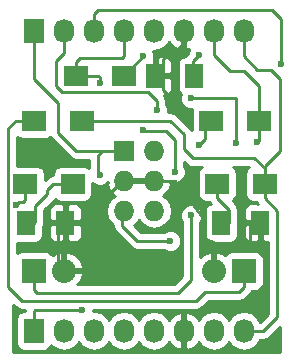
<source format=gtl>
%TF.GenerationSoftware,KiCad,Pcbnew,4.0.2+dfsg1-stable*%
%TF.CreationDate,2019-03-01T15:28:12+01:00*%
%TF.ProjectId,A500MPU-Adapter,413530304D50552D416461707465722E,rev?*%
%TF.FileFunction,Copper,L1,Top,Signal*%
%FSLAX46Y46*%
G04 Gerber Fmt 4.6, Leading zero omitted, Abs format (unit mm)*
G04 Created by KiCad (PCBNEW 4.0.2+dfsg1-stable) date Fri 01 Mar 2019 15:28:12 CET*
%MOMM*%
G01*
G04 APERTURE LIST*
%ADD10C,0.100000*%
%ADD11R,2.000000X1.700000*%
%ADD12R,2.032000X2.032000*%
%ADD13O,2.032000X2.032000*%
%ADD14R,1.727200X2.032000*%
%ADD15O,1.727200X2.032000*%
%ADD16R,1.524000X2.032000*%
%ADD17R,1.727200X1.727200*%
%ADD18O,1.727200X1.727200*%
%ADD19C,0.600000*%
%ADD20C,0.250000*%
%ADD21C,0.254000*%
G04 APERTURE END LIST*
D10*
D11*
X146590000Y-112014000D03*
X150590000Y-112014000D03*
X147352000Y-106680000D03*
X151352000Y-106680000D03*
X162338000Y-106680000D03*
X166338000Y-106680000D03*
X150908000Y-102870000D03*
X154908000Y-102870000D03*
X166846000Y-112014000D03*
X162846000Y-112014000D03*
D12*
X165100000Y-119380000D03*
D13*
X162560000Y-119380000D03*
D12*
X147320000Y-119380000D03*
D13*
X149860000Y-119380000D03*
D14*
X147320000Y-99060000D03*
D15*
X149860000Y-99060000D03*
X152400000Y-99060000D03*
X154940000Y-99060000D03*
X157480000Y-99060000D03*
X160020000Y-99060000D03*
X162560000Y-99060000D03*
X165100000Y-99060000D03*
D14*
X147320000Y-124460000D03*
D15*
X149860000Y-124460000D03*
X152400000Y-124460000D03*
X154940000Y-124460000D03*
X157480000Y-124460000D03*
X160020000Y-124460000D03*
X162560000Y-124460000D03*
X165100000Y-124460000D03*
D16*
X157607000Y-102870000D03*
X160909000Y-102870000D03*
X166497000Y-115316000D03*
X163195000Y-115316000D03*
X149987000Y-115316000D03*
X146685000Y-115316000D03*
D17*
X154940000Y-109220000D03*
D18*
X157480000Y-109220000D03*
X154940000Y-111760000D03*
X157480000Y-111760000D03*
X154940000Y-114300000D03*
X157480000Y-114300000D03*
D19*
X146685000Y-109855000D03*
X159766000Y-105537000D03*
X165608000Y-117094000D03*
X156591000Y-101219000D03*
X161290000Y-101092000D03*
X152908000Y-111252000D03*
X151384000Y-122682000D03*
X157734000Y-105791000D03*
X158877000Y-116840000D03*
X168275000Y-101854000D03*
X160655000Y-104775000D03*
X164465000Y-108585000D03*
X159258000Y-110998000D03*
X156591000Y-107442000D03*
X152908000Y-103505000D03*
X145796000Y-113792000D03*
X166243000Y-108458000D03*
X161290000Y-108712000D03*
X160655000Y-114681000D03*
D20*
X158258000Y-102870000D02*
X158258000Y-104029000D01*
X158258000Y-104029000D02*
X159766000Y-105537000D01*
X160020000Y-99060000D02*
X160020000Y-100076000D01*
X158258000Y-101457000D02*
X158258000Y-102870000D01*
X158496000Y-101219000D02*
X158258000Y-101457000D01*
X158877000Y-101219000D02*
X158496000Y-101219000D01*
X160020000Y-100076000D02*
X158877000Y-101219000D01*
X165608000Y-117094000D02*
X165608000Y-115554000D01*
X165608000Y-115554000D02*
X165846000Y-115316000D01*
X157480000Y-111760000D02*
X159258000Y-111760000D01*
X162941000Y-117094000D02*
X165608000Y-117094000D01*
X161671000Y-116586000D02*
X162941000Y-117094000D01*
X161671000Y-114935000D02*
X161671000Y-116586000D01*
X159258000Y-111760000D02*
X161671000Y-114935000D01*
X154940000Y-111760000D02*
X154813000Y-111760000D01*
X154813000Y-111760000D02*
X151257000Y-115316000D01*
X151257000Y-115316000D02*
X149336000Y-115316000D01*
X154940000Y-111760000D02*
X157480000Y-111760000D01*
X149336000Y-115316000D02*
X149336000Y-118856000D01*
X149336000Y-118856000D02*
X149860000Y-119380000D01*
X150590000Y-112014000D02*
X148971000Y-112014000D01*
X147447000Y-113919000D02*
X147447000Y-115205000D01*
X148463000Y-112903000D02*
X147447000Y-113919000D01*
X148463000Y-112522000D02*
X148463000Y-112903000D01*
X148971000Y-112014000D02*
X148463000Y-112522000D01*
X147447000Y-115205000D02*
X147336000Y-115316000D01*
X162846000Y-112014000D02*
X162846000Y-113189000D01*
X163846000Y-114189000D02*
X163846000Y-115316000D01*
X162846000Y-113189000D02*
X163846000Y-114189000D01*
X154908000Y-102870000D02*
X154940000Y-102870000D01*
X154940000Y-102870000D02*
X156591000Y-101219000D01*
X161290000Y-101092000D02*
X160782000Y-101600000D01*
X160782000Y-101600000D02*
X160782000Y-102346000D01*
X160782000Y-102346000D02*
X160258000Y-102870000D01*
X154940000Y-109220000D02*
X150876000Y-109220000D01*
X147320000Y-103124000D02*
X147320000Y-99060000D01*
X149352000Y-105156000D02*
X147320000Y-103124000D01*
X149352000Y-107696000D02*
X149352000Y-105156000D01*
X150876000Y-109220000D02*
X149352000Y-107696000D01*
X147320000Y-124460000D02*
X147320000Y-122809000D01*
X153162000Y-109220000D02*
X154940000Y-109220000D01*
X152781000Y-109601000D02*
X153162000Y-109220000D01*
X152781000Y-111125000D02*
X152781000Y-109601000D01*
X152908000Y-111252000D02*
X152781000Y-111125000D01*
X147447000Y-122682000D02*
X151384000Y-122682000D01*
X147320000Y-122809000D02*
X147447000Y-122682000D01*
X149860000Y-99060000D02*
X149860000Y-100965000D01*
X157734000Y-105029000D02*
X157734000Y-105791000D01*
X156972000Y-104267000D02*
X157734000Y-105029000D01*
X149733000Y-104267000D02*
X156972000Y-104267000D01*
X149225000Y-103759000D02*
X149733000Y-104267000D01*
X149225000Y-101600000D02*
X149225000Y-103759000D01*
X149860000Y-100965000D02*
X149225000Y-101600000D01*
X152400000Y-99060000D02*
X152400000Y-97663000D01*
X154813000Y-115570000D02*
X154813000Y-114427000D01*
X156083000Y-116840000D02*
X154813000Y-115570000D01*
X158877000Y-116840000D02*
X156083000Y-116840000D01*
X168275000Y-98044000D02*
X168275000Y-101854000D01*
X167513000Y-97282000D02*
X168275000Y-98044000D01*
X152781000Y-97282000D02*
X167513000Y-97282000D01*
X152400000Y-97663000D02*
X152781000Y-97282000D01*
X154813000Y-114427000D02*
X154940000Y-114300000D01*
X164465000Y-104775000D02*
X160655000Y-104775000D01*
X164465000Y-108585000D02*
X164465000Y-104775000D01*
X150908000Y-102870000D02*
X152781000Y-102870000D01*
X159258000Y-108331000D02*
X159258000Y-110998000D01*
X158496000Y-107569000D02*
X159258000Y-108331000D01*
X156718000Y-107569000D02*
X158496000Y-107569000D01*
X156591000Y-107442000D02*
X156718000Y-107569000D01*
X152908000Y-102997000D02*
X152908000Y-103505000D01*
X152781000Y-102870000D02*
X152908000Y-102997000D01*
X154940000Y-99060000D02*
X154940000Y-101219000D01*
X150908000Y-101695000D02*
X150908000Y-102870000D01*
X151257000Y-101346000D02*
X150908000Y-101695000D01*
X154813000Y-101346000D02*
X151257000Y-101346000D01*
X154940000Y-101219000D02*
X154813000Y-101346000D01*
X146590000Y-113379000D02*
X146590000Y-112014000D01*
X146431000Y-113538000D02*
X146590000Y-113379000D01*
X146050000Y-113538000D02*
X146431000Y-113538000D01*
X145796000Y-113792000D02*
X146050000Y-113538000D01*
X166338000Y-106680000D02*
X166338000Y-108363000D01*
X166338000Y-108363000D02*
X166243000Y-108458000D01*
X162560000Y-99060000D02*
X162560000Y-101092000D01*
X166338000Y-103727000D02*
X166338000Y-106680000D01*
X165100000Y-102489000D02*
X166338000Y-103727000D01*
X163957000Y-102489000D02*
X165100000Y-102489000D01*
X162560000Y-101092000D02*
X163957000Y-102489000D01*
X151352000Y-106680000D02*
X158877000Y-106680000D01*
X166846000Y-110712000D02*
X166846000Y-112014000D01*
X165989000Y-109855000D02*
X166846000Y-110712000D01*
X160782000Y-109855000D02*
X165989000Y-109855000D01*
X160020000Y-109093000D02*
X160782000Y-109855000D01*
X160020000Y-107823000D02*
X160020000Y-109093000D01*
X158877000Y-106680000D02*
X160020000Y-107823000D01*
X166846000Y-112014000D02*
X166846000Y-113252000D01*
X166751000Y-124460000D02*
X165100000Y-124460000D01*
X167894000Y-123317000D02*
X166751000Y-124460000D01*
X167894000Y-114300000D02*
X167894000Y-123317000D01*
X166846000Y-113252000D02*
X167894000Y-114300000D01*
X165100000Y-99060000D02*
X165100000Y-101219000D01*
X166846000Y-110522000D02*
X166846000Y-112014000D01*
X168148000Y-109220000D02*
X166846000Y-110522000D01*
X168148000Y-103124000D02*
X168148000Y-109220000D01*
X167386000Y-102362000D02*
X168148000Y-103124000D01*
X166243000Y-102362000D02*
X167386000Y-102362000D01*
X165100000Y-101219000D02*
X166243000Y-102362000D01*
X147320000Y-119380000D02*
X147320000Y-121031000D01*
X161798000Y-107220000D02*
X162338000Y-106680000D01*
X161798000Y-108204000D02*
X161798000Y-107220000D01*
X161290000Y-108712000D02*
X161798000Y-108204000D01*
X160655000Y-120142000D02*
X160655000Y-114681000D01*
X159512000Y-121285000D02*
X160655000Y-120142000D01*
X147574000Y-121285000D02*
X159512000Y-121285000D01*
X147320000Y-121031000D02*
X147574000Y-121285000D01*
X165100000Y-119380000D02*
X165100000Y-120777000D01*
X145796000Y-106680000D02*
X147352000Y-106680000D01*
X145161000Y-107315000D02*
X145796000Y-106680000D01*
X145161000Y-120777000D02*
X145161000Y-107315000D01*
X146304000Y-121920000D02*
X145161000Y-120777000D01*
X161036000Y-121920000D02*
X146304000Y-121920000D01*
X161798000Y-121158000D02*
X161036000Y-121920000D01*
X164719000Y-121158000D02*
X161798000Y-121158000D01*
X165100000Y-120777000D02*
X164719000Y-121158000D01*
D21*
G36*
X160244599Y-110392401D02*
X160491161Y-110557148D01*
X160782000Y-110615000D01*
X161526513Y-110615000D01*
X161394559Y-110699910D01*
X161249569Y-110912110D01*
X161198560Y-111164000D01*
X161198560Y-112864000D01*
X161242838Y-113099317D01*
X161381910Y-113315441D01*
X161594110Y-113460431D01*
X161846000Y-113511440D01*
X162164967Y-113511440D01*
X162278664Y-113681600D01*
X162197683Y-113696838D01*
X161981559Y-113835910D01*
X161836569Y-114048110D01*
X161785560Y-114300000D01*
X161785560Y-116332000D01*
X161829838Y-116567317D01*
X161968910Y-116783441D01*
X162181110Y-116928431D01*
X162433000Y-116979440D01*
X163957000Y-116979440D01*
X164192317Y-116935162D01*
X164408441Y-116796090D01*
X164553431Y-116583890D01*
X164604440Y-116332000D01*
X164604440Y-115601750D01*
X165100000Y-115601750D01*
X165100000Y-116458310D01*
X165196673Y-116691699D01*
X165375302Y-116870327D01*
X165608691Y-116967000D01*
X166211250Y-116967000D01*
X166370000Y-116808250D01*
X166370000Y-115443000D01*
X165258750Y-115443000D01*
X165100000Y-115601750D01*
X164604440Y-115601750D01*
X164604440Y-115323843D01*
X164606000Y-115316000D01*
X164606000Y-114189000D01*
X164548148Y-113898161D01*
X164383401Y-113651599D01*
X164152901Y-113421099D01*
X164297441Y-113328090D01*
X164442431Y-113115890D01*
X164493440Y-112864000D01*
X164493440Y-111164000D01*
X164449162Y-110928683D01*
X164310090Y-110712559D01*
X164167308Y-110615000D01*
X165526513Y-110615000D01*
X165394559Y-110699910D01*
X165249569Y-110912110D01*
X165198560Y-111164000D01*
X165198560Y-112864000D01*
X165242838Y-113099317D01*
X165381910Y-113315441D01*
X165594110Y-113460431D01*
X165846000Y-113511440D01*
X166137606Y-113511440D01*
X166143852Y-113542839D01*
X166254126Y-113707876D01*
X166211250Y-113665000D01*
X165608691Y-113665000D01*
X165375302Y-113761673D01*
X165196673Y-113940301D01*
X165100000Y-114173690D01*
X165100000Y-115030250D01*
X165258750Y-115189000D01*
X166370000Y-115189000D01*
X166370000Y-115169000D01*
X166624000Y-115169000D01*
X166624000Y-115189000D01*
X166644000Y-115189000D01*
X166644000Y-115443000D01*
X166624000Y-115443000D01*
X166624000Y-116808250D01*
X166782750Y-116967000D01*
X167134000Y-116967000D01*
X167134000Y-123002198D01*
X166464461Y-123671737D01*
X166159670Y-123215585D01*
X165673489Y-122890729D01*
X165100000Y-122776655D01*
X164526511Y-122890729D01*
X164040330Y-123215585D01*
X163830000Y-123530366D01*
X163619670Y-123215585D01*
X163133489Y-122890729D01*
X162560000Y-122776655D01*
X161986511Y-122890729D01*
X161500330Y-123215585D01*
X161293539Y-123525069D01*
X160922036Y-123109268D01*
X160394791Y-122855291D01*
X160379026Y-122852642D01*
X160147000Y-122973783D01*
X160147000Y-124333000D01*
X160167000Y-124333000D01*
X160167000Y-124587000D01*
X160147000Y-124587000D01*
X160147000Y-125946217D01*
X160379026Y-126067358D01*
X160394791Y-126064709D01*
X160922036Y-125810732D01*
X161293539Y-125394931D01*
X161500330Y-125704415D01*
X161986511Y-126029271D01*
X162560000Y-126143345D01*
X163133489Y-126029271D01*
X163619670Y-125704415D01*
X163830000Y-125389634D01*
X164040330Y-125704415D01*
X164526511Y-126029271D01*
X165100000Y-126143345D01*
X165673489Y-126029271D01*
X166159670Y-125704415D01*
X166483346Y-125220000D01*
X166751000Y-125220000D01*
X167041839Y-125162148D01*
X167288401Y-124997401D01*
X168148000Y-124137802D01*
X168148000Y-126238000D01*
X145542000Y-126238000D01*
X145542000Y-122232802D01*
X145766599Y-122457401D01*
X146013161Y-122622148D01*
X146304000Y-122680000D01*
X146585660Y-122680000D01*
X146562474Y-122796560D01*
X146456400Y-122796560D01*
X146221083Y-122840838D01*
X146004959Y-122979910D01*
X145859969Y-123192110D01*
X145808960Y-123444000D01*
X145808960Y-125476000D01*
X145853238Y-125711317D01*
X145992310Y-125927441D01*
X146204510Y-126072431D01*
X146456400Y-126123440D01*
X148183600Y-126123440D01*
X148418917Y-126079162D01*
X148635041Y-125940090D01*
X148780031Y-125727890D01*
X148788400Y-125686561D01*
X148800330Y-125704415D01*
X149286511Y-126029271D01*
X149860000Y-126143345D01*
X150433489Y-126029271D01*
X150919670Y-125704415D01*
X151130000Y-125389634D01*
X151340330Y-125704415D01*
X151826511Y-126029271D01*
X152400000Y-126143345D01*
X152973489Y-126029271D01*
X153459670Y-125704415D01*
X153670000Y-125389634D01*
X153880330Y-125704415D01*
X154366511Y-126029271D01*
X154940000Y-126143345D01*
X155513489Y-126029271D01*
X155999670Y-125704415D01*
X156210000Y-125389634D01*
X156420330Y-125704415D01*
X156906511Y-126029271D01*
X157480000Y-126143345D01*
X158053489Y-126029271D01*
X158539670Y-125704415D01*
X158746461Y-125394931D01*
X159117964Y-125810732D01*
X159645209Y-126064709D01*
X159660974Y-126067358D01*
X159893000Y-125946217D01*
X159893000Y-124587000D01*
X159873000Y-124587000D01*
X159873000Y-124333000D01*
X159893000Y-124333000D01*
X159893000Y-122973783D01*
X159660974Y-122852642D01*
X159645209Y-122855291D01*
X159117964Y-123109268D01*
X158746461Y-123525069D01*
X158539670Y-123215585D01*
X158053489Y-122890729D01*
X157480000Y-122776655D01*
X156906511Y-122890729D01*
X156420330Y-123215585D01*
X156210000Y-123530366D01*
X155999670Y-123215585D01*
X155513489Y-122890729D01*
X154940000Y-122776655D01*
X154366511Y-122890729D01*
X153880330Y-123215585D01*
X153670000Y-123530366D01*
X153459670Y-123215585D01*
X152973489Y-122890729D01*
X152400000Y-122776655D01*
X152318904Y-122792786D01*
X152319002Y-122680000D01*
X161036000Y-122680000D01*
X161326839Y-122622148D01*
X161573401Y-122457401D01*
X162112802Y-121918000D01*
X164719000Y-121918000D01*
X165009839Y-121860148D01*
X165256401Y-121695401D01*
X165637401Y-121314401D01*
X165802148Y-121067840D01*
X165807001Y-121043440D01*
X166116000Y-121043440D01*
X166351317Y-120999162D01*
X166567441Y-120860090D01*
X166712431Y-120647890D01*
X166763440Y-120396000D01*
X166763440Y-118364000D01*
X166719162Y-118128683D01*
X166580090Y-117912559D01*
X166367890Y-117767569D01*
X166116000Y-117716560D01*
X164084000Y-117716560D01*
X163848683Y-117760838D01*
X163632559Y-117899910D01*
X163521160Y-118062948D01*
X163424818Y-117973615D01*
X162942944Y-117774025D01*
X162687000Y-117893164D01*
X162687000Y-119253000D01*
X162707000Y-119253000D01*
X162707000Y-119507000D01*
X162687000Y-119507000D01*
X162687000Y-119527000D01*
X162433000Y-119527000D01*
X162433000Y-119507000D01*
X162413000Y-119507000D01*
X162413000Y-119253000D01*
X162433000Y-119253000D01*
X162433000Y-117893164D01*
X162177056Y-117774025D01*
X161695182Y-117973615D01*
X161415000Y-118233414D01*
X161415000Y-115243463D01*
X161447192Y-115211327D01*
X161589838Y-114867799D01*
X161590162Y-114495833D01*
X161448117Y-114152057D01*
X161185327Y-113888808D01*
X160841799Y-113746162D01*
X160469833Y-113745838D01*
X160126057Y-113887883D01*
X159862808Y-114150673D01*
X159720162Y-114494201D01*
X159719838Y-114866167D01*
X159861883Y-115209943D01*
X159895000Y-115243118D01*
X159895000Y-119827198D01*
X159197198Y-120525000D01*
X151006710Y-120525000D01*
X151197188Y-120348379D01*
X151465983Y-119762946D01*
X151347367Y-119507000D01*
X149987000Y-119507000D01*
X149987000Y-119527000D01*
X149733000Y-119527000D01*
X149733000Y-119507000D01*
X149713000Y-119507000D01*
X149713000Y-119253000D01*
X149733000Y-119253000D01*
X149733000Y-117893164D01*
X149987000Y-117893164D01*
X149987000Y-119253000D01*
X151347367Y-119253000D01*
X151465983Y-118997054D01*
X151197188Y-118411621D01*
X150724818Y-117973615D01*
X150242944Y-117774025D01*
X149987000Y-117893164D01*
X149733000Y-117893164D01*
X149477056Y-117774025D01*
X148995182Y-117973615D01*
X148897602Y-118064097D01*
X148800090Y-117912559D01*
X148587890Y-117767569D01*
X148336000Y-117716560D01*
X146304000Y-117716560D01*
X146068683Y-117760838D01*
X145921000Y-117855869D01*
X145921000Y-116979035D01*
X145923000Y-116979440D01*
X147447000Y-116979440D01*
X147682317Y-116935162D01*
X147898441Y-116796090D01*
X148043431Y-116583890D01*
X148094440Y-116332000D01*
X148094440Y-115601750D01*
X148590000Y-115601750D01*
X148590000Y-116458310D01*
X148686673Y-116691699D01*
X148865302Y-116870327D01*
X149098691Y-116967000D01*
X149701250Y-116967000D01*
X149860000Y-116808250D01*
X149860000Y-115443000D01*
X150114000Y-115443000D01*
X150114000Y-116808250D01*
X150272750Y-116967000D01*
X150875309Y-116967000D01*
X151108698Y-116870327D01*
X151287327Y-116691699D01*
X151384000Y-116458310D01*
X151384000Y-115601750D01*
X151225250Y-115443000D01*
X150114000Y-115443000D01*
X149860000Y-115443000D01*
X148748750Y-115443000D01*
X148590000Y-115601750D01*
X148094440Y-115601750D01*
X148094440Y-115577716D01*
X148149148Y-115495839D01*
X148207000Y-115205000D01*
X148207000Y-114233802D01*
X148267112Y-114173690D01*
X148590000Y-114173690D01*
X148590000Y-115030250D01*
X148748750Y-115189000D01*
X149860000Y-115189000D01*
X149860000Y-113823750D01*
X150114000Y-113823750D01*
X150114000Y-115189000D01*
X151225250Y-115189000D01*
X151384000Y-115030250D01*
X151384000Y-114173690D01*
X151287327Y-113940301D01*
X151108698Y-113761673D01*
X150875309Y-113665000D01*
X150272750Y-113665000D01*
X150114000Y-113823750D01*
X149860000Y-113823750D01*
X149701250Y-113665000D01*
X149098691Y-113665000D01*
X148865302Y-113761673D01*
X148686673Y-113940301D01*
X148590000Y-114173690D01*
X148267112Y-114173690D01*
X149000401Y-113440401D01*
X149105299Y-113283410D01*
X149125910Y-113315441D01*
X149338110Y-113460431D01*
X149590000Y-113511440D01*
X151590000Y-113511440D01*
X151825317Y-113467162D01*
X152041441Y-113328090D01*
X152186431Y-113115890D01*
X152237440Y-112864000D01*
X152237440Y-111903714D01*
X152377673Y-112044192D01*
X152721201Y-112186838D01*
X153093167Y-112187162D01*
X153436943Y-112045117D01*
X153595334Y-111887002D01*
X153606182Y-111887002D01*
X153485042Y-112119026D01*
X153657312Y-112534947D01*
X154051510Y-112966821D01*
X154174228Y-113024336D01*
X153850971Y-113240330D01*
X153526115Y-113726511D01*
X153412041Y-114300000D01*
X153526115Y-114873489D01*
X153850971Y-115359670D01*
X154053000Y-115494662D01*
X154053000Y-115570000D01*
X154110852Y-115860839D01*
X154275599Y-116107401D01*
X155545599Y-117377401D01*
X155792160Y-117542148D01*
X156083000Y-117600000D01*
X158314537Y-117600000D01*
X158346673Y-117632192D01*
X158690201Y-117774838D01*
X159062167Y-117775162D01*
X159405943Y-117633117D01*
X159669192Y-117370327D01*
X159811838Y-117026799D01*
X159812162Y-116654833D01*
X159670117Y-116311057D01*
X159407327Y-116047808D01*
X159063799Y-115905162D01*
X158691833Y-115904838D01*
X158348057Y-116046883D01*
X158314882Y-116080000D01*
X156397802Y-116080000D01*
X155818286Y-115500484D01*
X156029029Y-115359670D01*
X156210000Y-115088828D01*
X156390971Y-115359670D01*
X156877152Y-115684526D01*
X157450641Y-115798600D01*
X157509359Y-115798600D01*
X158082848Y-115684526D01*
X158569029Y-115359670D01*
X158893885Y-114873489D01*
X159007959Y-114300000D01*
X158893885Y-113726511D01*
X158569029Y-113240330D01*
X158245772Y-113024336D01*
X158368490Y-112966821D01*
X158762688Y-112534947D01*
X158934958Y-112119026D01*
X158813818Y-111887002D01*
X158960816Y-111887002D01*
X159071201Y-111932838D01*
X159443167Y-111933162D01*
X159786943Y-111791117D01*
X160050192Y-111528327D01*
X160192838Y-111184799D01*
X160193162Y-110812833D01*
X160051117Y-110469057D01*
X160018000Y-110435882D01*
X160018000Y-110165802D01*
X160244599Y-110392401D01*
X160244599Y-110392401D01*
G37*
X160244599Y-110392401D02*
X160491161Y-110557148D01*
X160782000Y-110615000D01*
X161526513Y-110615000D01*
X161394559Y-110699910D01*
X161249569Y-110912110D01*
X161198560Y-111164000D01*
X161198560Y-112864000D01*
X161242838Y-113099317D01*
X161381910Y-113315441D01*
X161594110Y-113460431D01*
X161846000Y-113511440D01*
X162164967Y-113511440D01*
X162278664Y-113681600D01*
X162197683Y-113696838D01*
X161981559Y-113835910D01*
X161836569Y-114048110D01*
X161785560Y-114300000D01*
X161785560Y-116332000D01*
X161829838Y-116567317D01*
X161968910Y-116783441D01*
X162181110Y-116928431D01*
X162433000Y-116979440D01*
X163957000Y-116979440D01*
X164192317Y-116935162D01*
X164408441Y-116796090D01*
X164553431Y-116583890D01*
X164604440Y-116332000D01*
X164604440Y-115601750D01*
X165100000Y-115601750D01*
X165100000Y-116458310D01*
X165196673Y-116691699D01*
X165375302Y-116870327D01*
X165608691Y-116967000D01*
X166211250Y-116967000D01*
X166370000Y-116808250D01*
X166370000Y-115443000D01*
X165258750Y-115443000D01*
X165100000Y-115601750D01*
X164604440Y-115601750D01*
X164604440Y-115323843D01*
X164606000Y-115316000D01*
X164606000Y-114189000D01*
X164548148Y-113898161D01*
X164383401Y-113651599D01*
X164152901Y-113421099D01*
X164297441Y-113328090D01*
X164442431Y-113115890D01*
X164493440Y-112864000D01*
X164493440Y-111164000D01*
X164449162Y-110928683D01*
X164310090Y-110712559D01*
X164167308Y-110615000D01*
X165526513Y-110615000D01*
X165394559Y-110699910D01*
X165249569Y-110912110D01*
X165198560Y-111164000D01*
X165198560Y-112864000D01*
X165242838Y-113099317D01*
X165381910Y-113315441D01*
X165594110Y-113460431D01*
X165846000Y-113511440D01*
X166137606Y-113511440D01*
X166143852Y-113542839D01*
X166254126Y-113707876D01*
X166211250Y-113665000D01*
X165608691Y-113665000D01*
X165375302Y-113761673D01*
X165196673Y-113940301D01*
X165100000Y-114173690D01*
X165100000Y-115030250D01*
X165258750Y-115189000D01*
X166370000Y-115189000D01*
X166370000Y-115169000D01*
X166624000Y-115169000D01*
X166624000Y-115189000D01*
X166644000Y-115189000D01*
X166644000Y-115443000D01*
X166624000Y-115443000D01*
X166624000Y-116808250D01*
X166782750Y-116967000D01*
X167134000Y-116967000D01*
X167134000Y-123002198D01*
X166464461Y-123671737D01*
X166159670Y-123215585D01*
X165673489Y-122890729D01*
X165100000Y-122776655D01*
X164526511Y-122890729D01*
X164040330Y-123215585D01*
X163830000Y-123530366D01*
X163619670Y-123215585D01*
X163133489Y-122890729D01*
X162560000Y-122776655D01*
X161986511Y-122890729D01*
X161500330Y-123215585D01*
X161293539Y-123525069D01*
X160922036Y-123109268D01*
X160394791Y-122855291D01*
X160379026Y-122852642D01*
X160147000Y-122973783D01*
X160147000Y-124333000D01*
X160167000Y-124333000D01*
X160167000Y-124587000D01*
X160147000Y-124587000D01*
X160147000Y-125946217D01*
X160379026Y-126067358D01*
X160394791Y-126064709D01*
X160922036Y-125810732D01*
X161293539Y-125394931D01*
X161500330Y-125704415D01*
X161986511Y-126029271D01*
X162560000Y-126143345D01*
X163133489Y-126029271D01*
X163619670Y-125704415D01*
X163830000Y-125389634D01*
X164040330Y-125704415D01*
X164526511Y-126029271D01*
X165100000Y-126143345D01*
X165673489Y-126029271D01*
X166159670Y-125704415D01*
X166483346Y-125220000D01*
X166751000Y-125220000D01*
X167041839Y-125162148D01*
X167288401Y-124997401D01*
X168148000Y-124137802D01*
X168148000Y-126238000D01*
X145542000Y-126238000D01*
X145542000Y-122232802D01*
X145766599Y-122457401D01*
X146013161Y-122622148D01*
X146304000Y-122680000D01*
X146585660Y-122680000D01*
X146562474Y-122796560D01*
X146456400Y-122796560D01*
X146221083Y-122840838D01*
X146004959Y-122979910D01*
X145859969Y-123192110D01*
X145808960Y-123444000D01*
X145808960Y-125476000D01*
X145853238Y-125711317D01*
X145992310Y-125927441D01*
X146204510Y-126072431D01*
X146456400Y-126123440D01*
X148183600Y-126123440D01*
X148418917Y-126079162D01*
X148635041Y-125940090D01*
X148780031Y-125727890D01*
X148788400Y-125686561D01*
X148800330Y-125704415D01*
X149286511Y-126029271D01*
X149860000Y-126143345D01*
X150433489Y-126029271D01*
X150919670Y-125704415D01*
X151130000Y-125389634D01*
X151340330Y-125704415D01*
X151826511Y-126029271D01*
X152400000Y-126143345D01*
X152973489Y-126029271D01*
X153459670Y-125704415D01*
X153670000Y-125389634D01*
X153880330Y-125704415D01*
X154366511Y-126029271D01*
X154940000Y-126143345D01*
X155513489Y-126029271D01*
X155999670Y-125704415D01*
X156210000Y-125389634D01*
X156420330Y-125704415D01*
X156906511Y-126029271D01*
X157480000Y-126143345D01*
X158053489Y-126029271D01*
X158539670Y-125704415D01*
X158746461Y-125394931D01*
X159117964Y-125810732D01*
X159645209Y-126064709D01*
X159660974Y-126067358D01*
X159893000Y-125946217D01*
X159893000Y-124587000D01*
X159873000Y-124587000D01*
X159873000Y-124333000D01*
X159893000Y-124333000D01*
X159893000Y-122973783D01*
X159660974Y-122852642D01*
X159645209Y-122855291D01*
X159117964Y-123109268D01*
X158746461Y-123525069D01*
X158539670Y-123215585D01*
X158053489Y-122890729D01*
X157480000Y-122776655D01*
X156906511Y-122890729D01*
X156420330Y-123215585D01*
X156210000Y-123530366D01*
X155999670Y-123215585D01*
X155513489Y-122890729D01*
X154940000Y-122776655D01*
X154366511Y-122890729D01*
X153880330Y-123215585D01*
X153670000Y-123530366D01*
X153459670Y-123215585D01*
X152973489Y-122890729D01*
X152400000Y-122776655D01*
X152318904Y-122792786D01*
X152319002Y-122680000D01*
X161036000Y-122680000D01*
X161326839Y-122622148D01*
X161573401Y-122457401D01*
X162112802Y-121918000D01*
X164719000Y-121918000D01*
X165009839Y-121860148D01*
X165256401Y-121695401D01*
X165637401Y-121314401D01*
X165802148Y-121067840D01*
X165807001Y-121043440D01*
X166116000Y-121043440D01*
X166351317Y-120999162D01*
X166567441Y-120860090D01*
X166712431Y-120647890D01*
X166763440Y-120396000D01*
X166763440Y-118364000D01*
X166719162Y-118128683D01*
X166580090Y-117912559D01*
X166367890Y-117767569D01*
X166116000Y-117716560D01*
X164084000Y-117716560D01*
X163848683Y-117760838D01*
X163632559Y-117899910D01*
X163521160Y-118062948D01*
X163424818Y-117973615D01*
X162942944Y-117774025D01*
X162687000Y-117893164D01*
X162687000Y-119253000D01*
X162707000Y-119253000D01*
X162707000Y-119507000D01*
X162687000Y-119507000D01*
X162687000Y-119527000D01*
X162433000Y-119527000D01*
X162433000Y-119507000D01*
X162413000Y-119507000D01*
X162413000Y-119253000D01*
X162433000Y-119253000D01*
X162433000Y-117893164D01*
X162177056Y-117774025D01*
X161695182Y-117973615D01*
X161415000Y-118233414D01*
X161415000Y-115243463D01*
X161447192Y-115211327D01*
X161589838Y-114867799D01*
X161590162Y-114495833D01*
X161448117Y-114152057D01*
X161185327Y-113888808D01*
X160841799Y-113746162D01*
X160469833Y-113745838D01*
X160126057Y-113887883D01*
X159862808Y-114150673D01*
X159720162Y-114494201D01*
X159719838Y-114866167D01*
X159861883Y-115209943D01*
X159895000Y-115243118D01*
X159895000Y-119827198D01*
X159197198Y-120525000D01*
X151006710Y-120525000D01*
X151197188Y-120348379D01*
X151465983Y-119762946D01*
X151347367Y-119507000D01*
X149987000Y-119507000D01*
X149987000Y-119527000D01*
X149733000Y-119527000D01*
X149733000Y-119507000D01*
X149713000Y-119507000D01*
X149713000Y-119253000D01*
X149733000Y-119253000D01*
X149733000Y-117893164D01*
X149987000Y-117893164D01*
X149987000Y-119253000D01*
X151347367Y-119253000D01*
X151465983Y-118997054D01*
X151197188Y-118411621D01*
X150724818Y-117973615D01*
X150242944Y-117774025D01*
X149987000Y-117893164D01*
X149733000Y-117893164D01*
X149477056Y-117774025D01*
X148995182Y-117973615D01*
X148897602Y-118064097D01*
X148800090Y-117912559D01*
X148587890Y-117767569D01*
X148336000Y-117716560D01*
X146304000Y-117716560D01*
X146068683Y-117760838D01*
X145921000Y-117855869D01*
X145921000Y-116979035D01*
X145923000Y-116979440D01*
X147447000Y-116979440D01*
X147682317Y-116935162D01*
X147898441Y-116796090D01*
X148043431Y-116583890D01*
X148094440Y-116332000D01*
X148094440Y-115601750D01*
X148590000Y-115601750D01*
X148590000Y-116458310D01*
X148686673Y-116691699D01*
X148865302Y-116870327D01*
X149098691Y-116967000D01*
X149701250Y-116967000D01*
X149860000Y-116808250D01*
X149860000Y-115443000D01*
X150114000Y-115443000D01*
X150114000Y-116808250D01*
X150272750Y-116967000D01*
X150875309Y-116967000D01*
X151108698Y-116870327D01*
X151287327Y-116691699D01*
X151384000Y-116458310D01*
X151384000Y-115601750D01*
X151225250Y-115443000D01*
X150114000Y-115443000D01*
X149860000Y-115443000D01*
X148748750Y-115443000D01*
X148590000Y-115601750D01*
X148094440Y-115601750D01*
X148094440Y-115577716D01*
X148149148Y-115495839D01*
X148207000Y-115205000D01*
X148207000Y-114233802D01*
X148267112Y-114173690D01*
X148590000Y-114173690D01*
X148590000Y-115030250D01*
X148748750Y-115189000D01*
X149860000Y-115189000D01*
X149860000Y-113823750D01*
X150114000Y-113823750D01*
X150114000Y-115189000D01*
X151225250Y-115189000D01*
X151384000Y-115030250D01*
X151384000Y-114173690D01*
X151287327Y-113940301D01*
X151108698Y-113761673D01*
X150875309Y-113665000D01*
X150272750Y-113665000D01*
X150114000Y-113823750D01*
X149860000Y-113823750D01*
X149701250Y-113665000D01*
X149098691Y-113665000D01*
X148865302Y-113761673D01*
X148686673Y-113940301D01*
X148590000Y-114173690D01*
X148267112Y-114173690D01*
X149000401Y-113440401D01*
X149105299Y-113283410D01*
X149125910Y-113315441D01*
X149338110Y-113460431D01*
X149590000Y-113511440D01*
X151590000Y-113511440D01*
X151825317Y-113467162D01*
X152041441Y-113328090D01*
X152186431Y-113115890D01*
X152237440Y-112864000D01*
X152237440Y-111903714D01*
X152377673Y-112044192D01*
X152721201Y-112186838D01*
X153093167Y-112187162D01*
X153436943Y-112045117D01*
X153595334Y-111887002D01*
X153606182Y-111887002D01*
X153485042Y-112119026D01*
X153657312Y-112534947D01*
X154051510Y-112966821D01*
X154174228Y-113024336D01*
X153850971Y-113240330D01*
X153526115Y-113726511D01*
X153412041Y-114300000D01*
X153526115Y-114873489D01*
X153850971Y-115359670D01*
X154053000Y-115494662D01*
X154053000Y-115570000D01*
X154110852Y-115860839D01*
X154275599Y-116107401D01*
X155545599Y-117377401D01*
X155792160Y-117542148D01*
X156083000Y-117600000D01*
X158314537Y-117600000D01*
X158346673Y-117632192D01*
X158690201Y-117774838D01*
X159062167Y-117775162D01*
X159405943Y-117633117D01*
X159669192Y-117370327D01*
X159811838Y-117026799D01*
X159812162Y-116654833D01*
X159670117Y-116311057D01*
X159407327Y-116047808D01*
X159063799Y-115905162D01*
X158691833Y-115904838D01*
X158348057Y-116046883D01*
X158314882Y-116080000D01*
X156397802Y-116080000D01*
X155818286Y-115500484D01*
X156029029Y-115359670D01*
X156210000Y-115088828D01*
X156390971Y-115359670D01*
X156877152Y-115684526D01*
X157450641Y-115798600D01*
X157509359Y-115798600D01*
X158082848Y-115684526D01*
X158569029Y-115359670D01*
X158893885Y-114873489D01*
X159007959Y-114300000D01*
X158893885Y-113726511D01*
X158569029Y-113240330D01*
X158245772Y-113024336D01*
X158368490Y-112966821D01*
X158762688Y-112534947D01*
X158934958Y-112119026D01*
X158813818Y-111887002D01*
X158960816Y-111887002D01*
X159071201Y-111932838D01*
X159443167Y-111933162D01*
X159786943Y-111791117D01*
X160050192Y-111528327D01*
X160192838Y-111184799D01*
X160193162Y-110812833D01*
X160051117Y-110469057D01*
X160018000Y-110435882D01*
X160018000Y-110165802D01*
X160244599Y-110392401D01*
G36*
X155067000Y-111633000D02*
X157353000Y-111633000D01*
X157353000Y-111613000D01*
X157607000Y-111613000D01*
X157607000Y-111633000D01*
X157627000Y-111633000D01*
X157627000Y-111887000D01*
X157607000Y-111887000D01*
X157607000Y-111907000D01*
X157353000Y-111907000D01*
X157353000Y-111887000D01*
X155067000Y-111887000D01*
X155067000Y-111907000D01*
X154813000Y-111907000D01*
X154813000Y-111887000D01*
X154793000Y-111887000D01*
X154793000Y-111633000D01*
X154813000Y-111633000D01*
X154813000Y-111613000D01*
X155067000Y-111613000D01*
X155067000Y-111633000D01*
X155067000Y-111633000D01*
G37*
X155067000Y-111633000D02*
X157353000Y-111633000D01*
X157353000Y-111613000D01*
X157607000Y-111613000D01*
X157607000Y-111633000D01*
X157627000Y-111633000D01*
X157627000Y-111887000D01*
X157607000Y-111887000D01*
X157607000Y-111907000D01*
X157353000Y-111907000D01*
X157353000Y-111887000D01*
X155067000Y-111887000D01*
X155067000Y-111907000D01*
X154813000Y-111907000D01*
X154813000Y-111887000D01*
X154793000Y-111887000D01*
X154793000Y-111633000D01*
X154813000Y-111633000D01*
X154813000Y-111613000D01*
X155067000Y-111613000D01*
X155067000Y-111633000D01*
G36*
X146100110Y-108126431D02*
X146352000Y-108177440D01*
X148352000Y-108177440D01*
X148587317Y-108133162D01*
X148699421Y-108061025D01*
X148814599Y-108233401D01*
X150338599Y-109757401D01*
X150585160Y-109922148D01*
X150633414Y-109931746D01*
X150876000Y-109980000D01*
X152021000Y-109980000D01*
X152021000Y-110689950D01*
X151841890Y-110567569D01*
X151590000Y-110516560D01*
X149590000Y-110516560D01*
X149354683Y-110560838D01*
X149138559Y-110699910D01*
X148993569Y-110912110D01*
X148942560Y-111164000D01*
X148942560Y-111259657D01*
X148680161Y-111311852D01*
X148680159Y-111311853D01*
X148680160Y-111311853D01*
X148433599Y-111476599D01*
X148237440Y-111672758D01*
X148237440Y-111164000D01*
X148193162Y-110928683D01*
X148054090Y-110712559D01*
X147841890Y-110567569D01*
X147590000Y-110516560D01*
X145921000Y-110516560D01*
X145921000Y-108004050D01*
X146100110Y-108126431D01*
X146100110Y-108126431D01*
G37*
X146100110Y-108126431D02*
X146352000Y-108177440D01*
X148352000Y-108177440D01*
X148587317Y-108133162D01*
X148699421Y-108061025D01*
X148814599Y-108233401D01*
X150338599Y-109757401D01*
X150585160Y-109922148D01*
X150633414Y-109931746D01*
X150876000Y-109980000D01*
X152021000Y-109980000D01*
X152021000Y-110689950D01*
X151841890Y-110567569D01*
X151590000Y-110516560D01*
X149590000Y-110516560D01*
X149354683Y-110560838D01*
X149138559Y-110699910D01*
X148993569Y-110912110D01*
X148942560Y-111164000D01*
X148942560Y-111259657D01*
X148680161Y-111311852D01*
X148680159Y-111311853D01*
X148680160Y-111311853D01*
X148433599Y-111476599D01*
X148237440Y-111672758D01*
X148237440Y-111164000D01*
X148193162Y-110928683D01*
X148054090Y-110712559D01*
X147841890Y-110567569D01*
X147590000Y-110516560D01*
X145921000Y-110516560D01*
X145921000Y-108004050D01*
X146100110Y-108126431D01*
G36*
X160147000Y-98933000D02*
X160167000Y-98933000D01*
X160167000Y-99187000D01*
X160147000Y-99187000D01*
X160147000Y-100546217D01*
X160379026Y-100667358D01*
X160394791Y-100664709D01*
X160470084Y-100628440D01*
X160355162Y-100905201D01*
X160355121Y-100952077D01*
X160244599Y-101062599D01*
X160148408Y-101206560D01*
X160147000Y-101206560D01*
X159911683Y-101250838D01*
X159695559Y-101389910D01*
X159550569Y-101602110D01*
X159499560Y-101854000D01*
X159499560Y-102862157D01*
X159498000Y-102870000D01*
X159499560Y-102877843D01*
X159499560Y-103886000D01*
X159543838Y-104121317D01*
X159682910Y-104337441D01*
X159793041Y-104412690D01*
X159720162Y-104588201D01*
X159719838Y-104960167D01*
X159861883Y-105303943D01*
X160124673Y-105567192D01*
X160468201Y-105709838D01*
X160714850Y-105710053D01*
X160690560Y-105830000D01*
X160690560Y-107484886D01*
X160557401Y-107285599D01*
X159414401Y-106142599D01*
X159167839Y-105977852D01*
X158877000Y-105920000D01*
X158668888Y-105920000D01*
X158669162Y-105605833D01*
X158527117Y-105262057D01*
X158494000Y-105228882D01*
X158494000Y-105029000D01*
X158436148Y-104738161D01*
X158291046Y-104521000D01*
X158495309Y-104521000D01*
X158728698Y-104424327D01*
X158907327Y-104245699D01*
X159004000Y-104012310D01*
X159004000Y-103155750D01*
X158845250Y-102997000D01*
X157734000Y-102997000D01*
X157734000Y-103017000D01*
X157480000Y-103017000D01*
X157480000Y-102997000D01*
X157460000Y-102997000D01*
X157460000Y-102743000D01*
X157480000Y-102743000D01*
X157480000Y-101516189D01*
X157525838Y-101405799D01*
X157525862Y-101377750D01*
X157734000Y-101377750D01*
X157734000Y-102743000D01*
X158845250Y-102743000D01*
X159004000Y-102584250D01*
X159004000Y-101727690D01*
X158907327Y-101494301D01*
X158728698Y-101315673D01*
X158495309Y-101219000D01*
X157892750Y-101219000D01*
X157734000Y-101377750D01*
X157525862Y-101377750D01*
X157526162Y-101033833D01*
X157399521Y-100727337D01*
X157480000Y-100743345D01*
X158053489Y-100629271D01*
X158539670Y-100304415D01*
X158746461Y-99994931D01*
X159117964Y-100410732D01*
X159645209Y-100664709D01*
X159660974Y-100667358D01*
X159893000Y-100546217D01*
X159893000Y-99187000D01*
X159873000Y-99187000D01*
X159873000Y-98933000D01*
X159893000Y-98933000D01*
X159893000Y-98913000D01*
X160147000Y-98913000D01*
X160147000Y-98933000D01*
X160147000Y-98933000D01*
G37*
X160147000Y-98933000D02*
X160167000Y-98933000D01*
X160167000Y-99187000D01*
X160147000Y-99187000D01*
X160147000Y-100546217D01*
X160379026Y-100667358D01*
X160394791Y-100664709D01*
X160470084Y-100628440D01*
X160355162Y-100905201D01*
X160355121Y-100952077D01*
X160244599Y-101062599D01*
X160148408Y-101206560D01*
X160147000Y-101206560D01*
X159911683Y-101250838D01*
X159695559Y-101389910D01*
X159550569Y-101602110D01*
X159499560Y-101854000D01*
X159499560Y-102862157D01*
X159498000Y-102870000D01*
X159499560Y-102877843D01*
X159499560Y-103886000D01*
X159543838Y-104121317D01*
X159682910Y-104337441D01*
X159793041Y-104412690D01*
X159720162Y-104588201D01*
X159719838Y-104960167D01*
X159861883Y-105303943D01*
X160124673Y-105567192D01*
X160468201Y-105709838D01*
X160714850Y-105710053D01*
X160690560Y-105830000D01*
X160690560Y-107484886D01*
X160557401Y-107285599D01*
X159414401Y-106142599D01*
X159167839Y-105977852D01*
X158877000Y-105920000D01*
X158668888Y-105920000D01*
X158669162Y-105605833D01*
X158527117Y-105262057D01*
X158494000Y-105228882D01*
X158494000Y-105029000D01*
X158436148Y-104738161D01*
X158291046Y-104521000D01*
X158495309Y-104521000D01*
X158728698Y-104424327D01*
X158907327Y-104245699D01*
X159004000Y-104012310D01*
X159004000Y-103155750D01*
X158845250Y-102997000D01*
X157734000Y-102997000D01*
X157734000Y-103017000D01*
X157480000Y-103017000D01*
X157480000Y-102997000D01*
X157460000Y-102997000D01*
X157460000Y-102743000D01*
X157480000Y-102743000D01*
X157480000Y-101516189D01*
X157525838Y-101405799D01*
X157525862Y-101377750D01*
X157734000Y-101377750D01*
X157734000Y-102743000D01*
X158845250Y-102743000D01*
X159004000Y-102584250D01*
X159004000Y-101727690D01*
X158907327Y-101494301D01*
X158728698Y-101315673D01*
X158495309Y-101219000D01*
X157892750Y-101219000D01*
X157734000Y-101377750D01*
X157525862Y-101377750D01*
X157526162Y-101033833D01*
X157399521Y-100727337D01*
X157480000Y-100743345D01*
X158053489Y-100629271D01*
X158539670Y-100304415D01*
X158746461Y-99994931D01*
X159117964Y-100410732D01*
X159645209Y-100664709D01*
X159660974Y-100667358D01*
X159893000Y-100546217D01*
X159893000Y-99187000D01*
X159873000Y-99187000D01*
X159873000Y-98933000D01*
X159893000Y-98933000D01*
X159893000Y-98913000D01*
X160147000Y-98913000D01*
X160147000Y-98933000D01*
M02*

</source>
